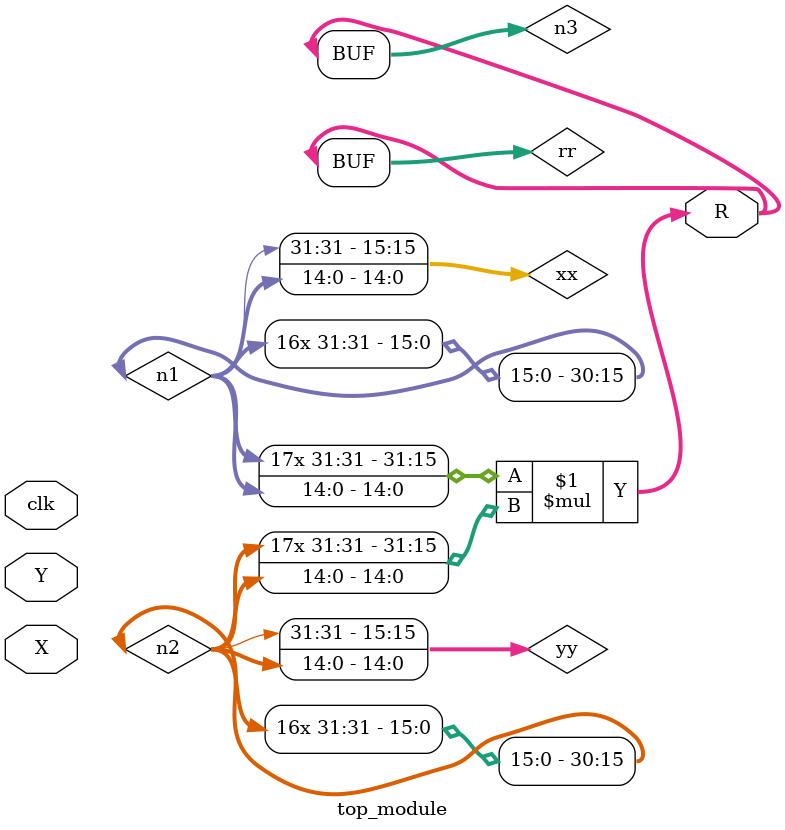
<source format=v>
module top_module
  (input  clk,
   input  [15:0] X,
   input  [15:0] Y,
   output [31:0] R);
  wire [15:0] xx;
  wire [15:0] yy;
  wire [31:0] rr;
  wire [31:0] n1;
  wire [31:0] n2;
  wire [31:0] n3;
  assign R = rr; //(module output)
  /* mult16.vhdl:40:8  */
  assign rr = n3; // (signal)
  /* mult16.vhdl:47:12  */
  assign n1 = {{16{xx[15]}}, xx}; // sext
  /* mult16.vhdl:47:12  */
  assign n2 = {{16{yy[15]}}, yy}; // sext
  /* mult16.vhdl:47:12  */
  assign n3 = $signed(n1) * $signed(n2); // smul
endmodule


</source>
